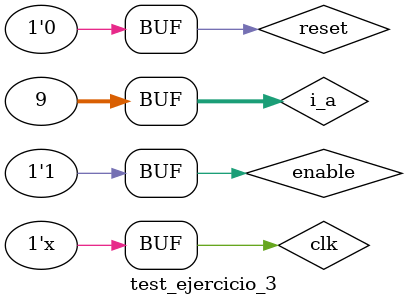
<source format=v>
`timescale 1ns / 1ps


module test_ejercicio_3;

	// Inputs
	reg [31:0] i_a;
	reg enable;
	reg reset;
	reg clk;

	// Outputs
	wire [31:0] o_a;

	// Instantiate the Unit Under Test (UUT)
	Ejercicio_3 uut (
		.i_a(i_a), 
		.o_a(o_a), 
		.enable(enable), 
		.reset(reset), 
		.clk(clk)
	);

	always #20
	clk =~ clk;
	
	initial begin
		// Initialize Inputs
		i_a = 5;
		enable = 0;
		reset = 0;
		clk = 0;

		// Wait 100 ns for global reset to finish
		#40;
        
		i_a = 2;
		enable = 1;
		reset = 1;
		clk = 0;

		// Wait 100 ns for global reset to finish
		#40;
		
		i_a = 9;
		enable = 1;
		reset = 0;
		clk = 1;

		// Wait 100 ns for global reset to finish
		#40;
		// Add stimulus here

	end
      
endmodule


</source>
